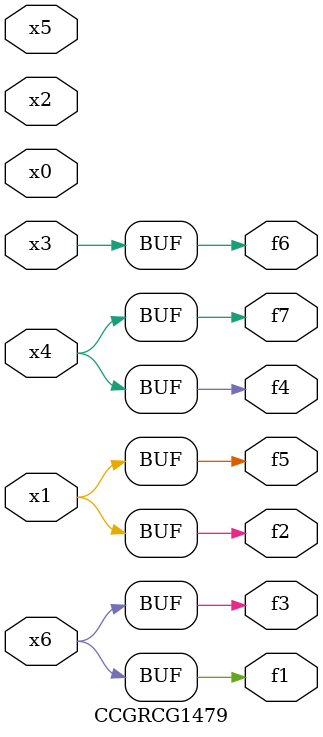
<source format=v>
module CCGRCG1479(
	input x0, x1, x2, x3, x4, x5, x6,
	output f1, f2, f3, f4, f5, f6, f7
);
	assign f1 = x6;
	assign f2 = x1;
	assign f3 = x6;
	assign f4 = x4;
	assign f5 = x1;
	assign f6 = x3;
	assign f7 = x4;
endmodule

</source>
